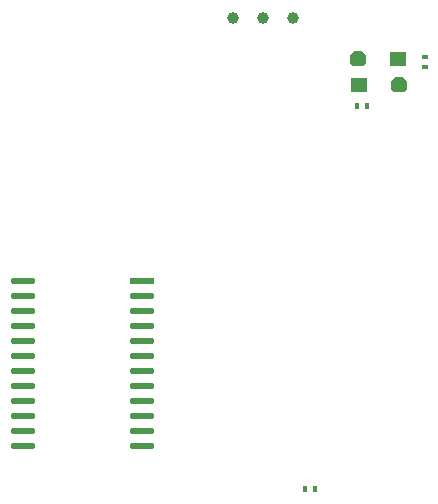
<source format=gbp>
G04*
G04 #@! TF.GenerationSoftware,Altium Limited,Altium Designer,18.1.9 (240)*
G04*
G04 Layer_Color=128*
%FSLAX25Y25*%
%MOIN*%
G70*
G01*
G75*
%ADD21R,0.01575X0.01968*%
%ADD39R,0.01968X0.01575*%
G04:AMPARAMS|DCode=47|XSize=55mil|YSize=50mil|CornerRadius=0mil|HoleSize=0mil|Usage=FLASHONLY|Rotation=180.000|XOffset=0mil|YOffset=0mil|HoleType=Round|Shape=Octagon|*
%AMOCTAGOND47*
4,1,8,-0.02750,0.01250,-0.02750,-0.01250,-0.01500,-0.02500,0.01500,-0.02500,0.02750,-0.01250,0.02750,0.01250,0.01500,0.02500,-0.01500,0.02500,-0.02750,0.01250,0.0*
%
%ADD47OCTAGOND47*%

%ADD48R,0.05500X0.05000*%
%ADD100R,0.08268X0.02165*%
%ADD101O,0.08268X0.02165*%
%ADD102C,0.03937*%
D21*
X56871Y-80400D02*
D03*
X53525D02*
D03*
X39571Y-208000D02*
D03*
X36225D02*
D03*
D39*
X76200Y-67247D02*
D03*
Y-63900D02*
D03*
D47*
X53800Y-64800D02*
D03*
X67600Y-73300D02*
D03*
D48*
X67300Y-64800D02*
D03*
X54100Y-73300D02*
D03*
D100*
X-18118Y-138700D02*
D03*
D101*
Y-143700D02*
D03*
Y-148700D02*
D03*
X-18118Y-153700D02*
D03*
X-18118Y-158700D02*
D03*
Y-163700D02*
D03*
Y-168700D02*
D03*
Y-173700D02*
D03*
X-18118Y-178700D02*
D03*
X-18118Y-183700D02*
D03*
X-57882Y-158700D02*
D03*
Y-163700D02*
D03*
Y-168700D02*
D03*
Y-173700D02*
D03*
X-57882Y-178700D02*
D03*
X-57882Y-183700D02*
D03*
Y-188700D02*
D03*
Y-193700D02*
D03*
X-18118D02*
D03*
Y-188700D02*
D03*
X-57882Y-138700D02*
D03*
Y-143700D02*
D03*
Y-148700D02*
D03*
X-57882Y-153700D02*
D03*
D102*
X12206Y-51000D02*
D03*
D03*
X22206D02*
D03*
X32206D02*
D03*
M02*

</source>
